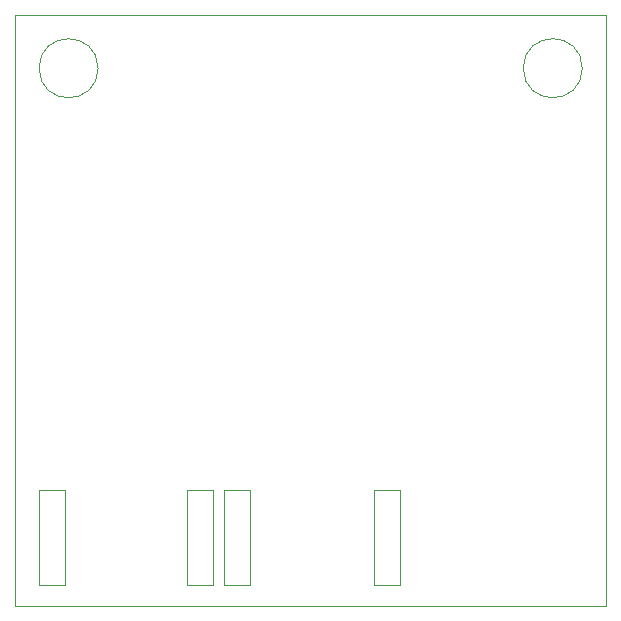
<source format=gm1>
G04 #@! TF.GenerationSoftware,KiCad,Pcbnew,8.0.4*
G04 #@! TF.CreationDate,2024-08-17T22:40:57+02:00*
G04 #@! TF.ProjectId,Probe,50726f62-652e-46b6-9963-61645f706362,v1*
G04 #@! TF.SameCoordinates,Original*
G04 #@! TF.FileFunction,Profile,NP*
%FSLAX46Y46*%
G04 Gerber Fmt 4.6, Leading zero omitted, Abs format (unit mm)*
G04 Created by KiCad (PCBNEW 8.0.4) date 2024-08-17 22:40:57*
%MOMM*%
%LPD*%
G01*
G04 APERTURE LIST*
G04 #@! TA.AperFunction,Profile*
%ADD10C,0.100000*%
G04 #@! TD*
G04 #@! TA.AperFunction,Profile*
%ADD11C,0.050000*%
G04 #@! TD*
G04 APERTURE END LIST*
D10*
X148000000Y-54500000D02*
G75*
G02*
X143000000Y-54500000I-2500000J0D01*
G01*
X143000000Y-54500000D02*
G75*
G02*
X148000000Y-54500000I2500000J0D01*
G01*
X100000000Y-50000000D02*
X150000000Y-50000000D01*
X150000000Y-100000000D01*
X100000000Y-100000000D01*
X100000000Y-50000000D01*
X107000000Y-54500000D02*
G75*
G02*
X102000000Y-54500000I-2500000J0D01*
G01*
X102000000Y-54500000D02*
G75*
G02*
X107000000Y-54500000I2500000J0D01*
G01*
D11*
X117650000Y-90250000D02*
X119850000Y-90250000D01*
X119850000Y-98250000D01*
X117650000Y-98250000D01*
X117650000Y-90250000D01*
X132600000Y-98250000D02*
X130400000Y-98250000D01*
X130400000Y-90250000D01*
X132600000Y-90250000D01*
X132600000Y-98250000D01*
X116725000Y-98250000D02*
X114525000Y-98250000D01*
X114525000Y-90250000D01*
X116725000Y-90250000D01*
X116725000Y-98250000D01*
X102025000Y-90250000D02*
X104225000Y-90250000D01*
X104225000Y-98250000D01*
X102025000Y-98250000D01*
X102025000Y-90250000D01*
M02*

</source>
